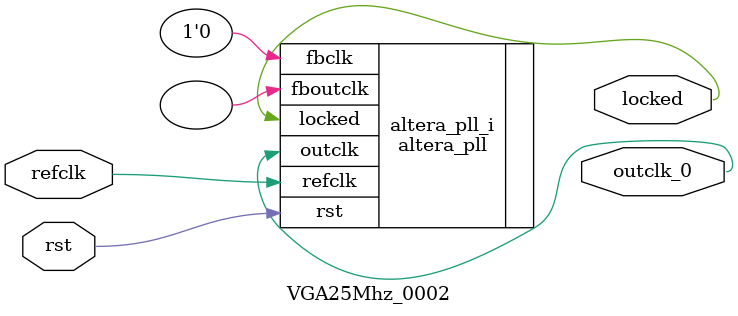
<source format=v>
`timescale 1ns/10ps
module  VGA25Mhz_0002(

	// interface 'refclk'
	input wire refclk,

	// interface 'reset'
	input wire rst,

	// interface 'outclk0'
	output wire outclk_0,

	// interface 'locked'
	output wire locked
);

	altera_pll #(
		.fractional_vco_multiplier("false"),
		.reference_clock_frequency("50.0 MHz"),
		.operation_mode("direct"),
		.number_of_clocks(1),
		.output_clock_frequency0("25.000000 MHz"),
		.phase_shift0("0 ps"),
		.duty_cycle0(50),
		.output_clock_frequency1("0 MHz"),
		.phase_shift1("0 ps"),
		.duty_cycle1(50),
		.output_clock_frequency2("0 MHz"),
		.phase_shift2("0 ps"),
		.duty_cycle2(50),
		.output_clock_frequency3("0 MHz"),
		.phase_shift3("0 ps"),
		.duty_cycle3(50),
		.output_clock_frequency4("0 MHz"),
		.phase_shift4("0 ps"),
		.duty_cycle4(50),
		.output_clock_frequency5("0 MHz"),
		.phase_shift5("0 ps"),
		.duty_cycle5(50),
		.output_clock_frequency6("0 MHz"),
		.phase_shift6("0 ps"),
		.duty_cycle6(50),
		.output_clock_frequency7("0 MHz"),
		.phase_shift7("0 ps"),
		.duty_cycle7(50),
		.output_clock_frequency8("0 MHz"),
		.phase_shift8("0 ps"),
		.duty_cycle8(50),
		.output_clock_frequency9("0 MHz"),
		.phase_shift9("0 ps"),
		.duty_cycle9(50),
		.output_clock_frequency10("0 MHz"),
		.phase_shift10("0 ps"),
		.duty_cycle10(50),
		.output_clock_frequency11("0 MHz"),
		.phase_shift11("0 ps"),
		.duty_cycle11(50),
		.output_clock_frequency12("0 MHz"),
		.phase_shift12("0 ps"),
		.duty_cycle12(50),
		.output_clock_frequency13("0 MHz"),
		.phase_shift13("0 ps"),
		.duty_cycle13(50),
		.output_clock_frequency14("0 MHz"),
		.phase_shift14("0 ps"),
		.duty_cycle14(50),
		.output_clock_frequency15("0 MHz"),
		.phase_shift15("0 ps"),
		.duty_cycle15(50),
		.output_clock_frequency16("0 MHz"),
		.phase_shift16("0 ps"),
		.duty_cycle16(50),
		.output_clock_frequency17("0 MHz"),
		.phase_shift17("0 ps"),
		.duty_cycle17(50),
		.pll_type("General"),
		.pll_subtype("General")
	) altera_pll_i (
		.rst	(rst),
		.outclk	({outclk_0}),
		.locked	(locked),
		.fboutclk	( ),
		.fbclk	(1'b0),
		.refclk	(refclk)
	);
endmodule


</source>
